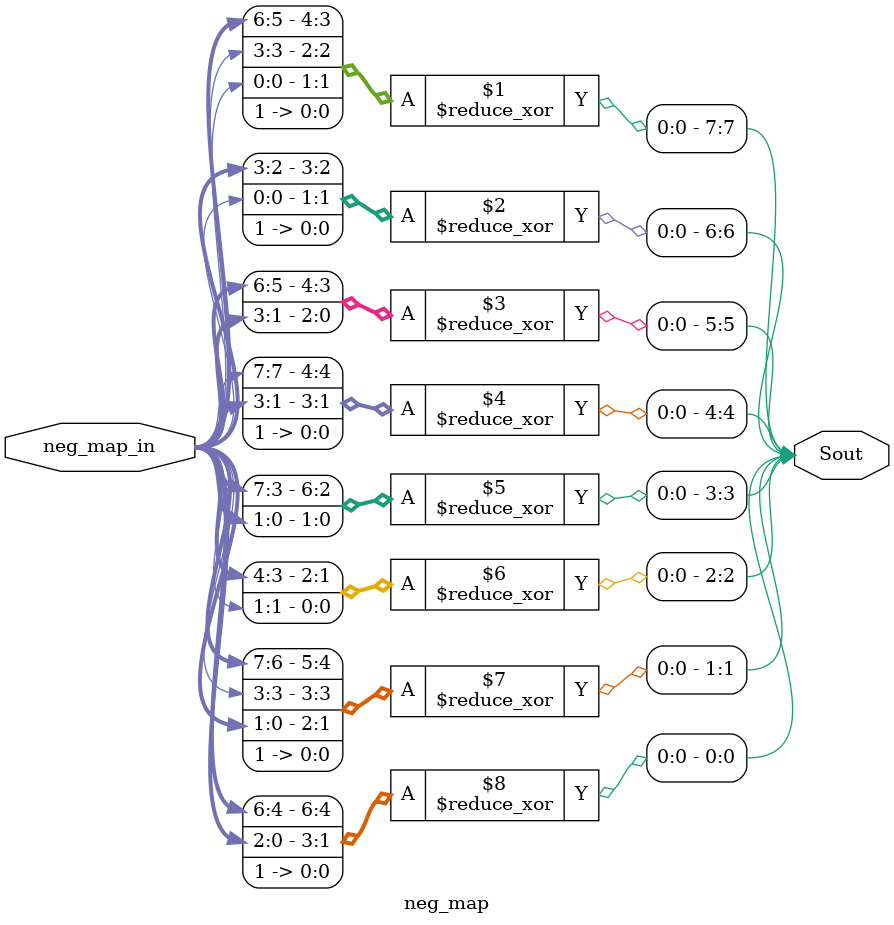
<source format=v>
module neg_map(neg_map_in,Sout);

input [7:0] neg_map_in;
output [7:0] Sout;

assign Sout[7] = ^{ neg_map_in[6],neg_map_in[5],neg_map_in[3],neg_map_in[0],1'b1 };

assign Sout[6] = ^{ neg_map_in[3],neg_map_in[2],neg_map_in[0],1'b1 };

assign Sout[5] = ^{ neg_map_in[6],neg_map_in[5],neg_map_in[3],neg_map_in[2],neg_map_in[1]};

assign Sout[4] = ^{ neg_map_in[7],neg_map_in[3],neg_map_in[2],neg_map_in[1],1'b1};

assign Sout[3] = ^{ neg_map_in[7],neg_map_in[6],neg_map_in[5],neg_map_in[4],neg_map_in[3],
                    neg_map_in[1],neg_map_in[0]};
					
assign Sout[2] = ^{ neg_map_in[4],neg_map_in[3],neg_map_in[1]};

assign Sout[1] = ^{ neg_map_in[7],neg_map_in[6],neg_map_in[3],neg_map_in[1],neg_map_in[0],1'b1 };

assign Sout[0] = ^{ neg_map_in[6],neg_map_in[5],neg_map_in[4],neg_map_in[2],neg_map_in[1],
                    neg_map_in[0],1'b1 };
					
endmodule					
</source>
